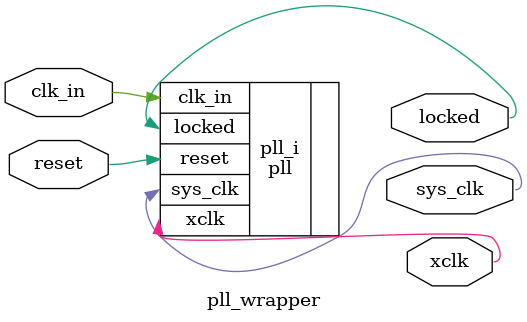
<source format=v>
`timescale 1 ps / 1 ps

module pll_wrapper
   (clk_in,
    locked,
    reset,
    sys_clk,
    xclk);
  input clk_in;
  output locked;
  input reset;
  output sys_clk;
  output xclk;

  wire clk_in;
  wire locked;
  wire reset;
  wire sys_clk;
  wire xclk;

  pll pll_i
       (.clk_in(clk_in),
        .locked(locked),
        .reset(reset),
        .sys_clk(sys_clk),
        .xclk(xclk));
endmodule

</source>
